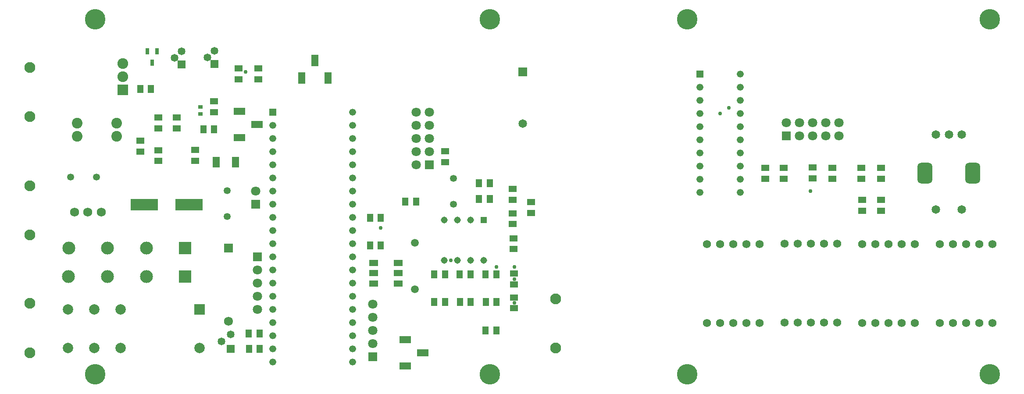
<source format=gbr>
G04*
G04 #@! TF.GenerationSoftware,Altium Limited,Altium Designer,22.4.2 (48)*
G04*
G04 Layer_Color=8388736*
%FSLAX24Y24*%
%MOIN*%
G70*
G04*
G04 #@! TF.SameCoordinates,A9630A7D-A4A5-49CB-BB12-AA859E33B044*
G04*
G04*
G04 #@! TF.FilePolarity,Negative*
G04*
G01*
G75*
%ADD16R,0.0594X0.0475*%
%ADD20R,0.0475X0.0594*%
%ADD25R,0.0295X0.0472*%
%ADD26R,0.0335X0.0315*%
%ADD27R,0.0858X0.0559*%
%ADD28R,0.0551X0.0846*%
%ADD29R,0.2067X0.0906*%
%ADD30R,0.0709X0.0453*%
%ADD31R,0.0559X0.0858*%
%ADD32C,0.1559*%
%ADD33C,0.0650*%
%ADD34R,0.0650X0.0650*%
%ADD35C,0.0584*%
%ADD36R,0.0584X0.0584*%
%ADD37R,0.0525X0.0525*%
%ADD38C,0.0525*%
%ADD39C,0.0815*%
%ADD40R,0.0815X0.0815*%
%ADD41C,0.0531*%
%ADD42C,0.0709*%
%ADD43R,0.0709X0.0709*%
%ADD44C,0.0515*%
%ADD45R,0.0515X0.0515*%
%ADD46C,0.0827*%
%ADD47C,0.0980*%
%ADD48R,0.0980X0.0980*%
%ADD49R,0.0709X0.0709*%
%ADD50C,0.0679*%
%ADD51R,0.0679X0.0679*%
%ADD52C,0.0787*%
%ADD53R,0.0787X0.0787*%
%ADD54C,0.0616*%
%ADD55C,0.0809*%
%ADD56C,0.0689*%
%ADD57C,0.0591*%
%ADD58C,0.0528*%
%ADD59R,0.0528X0.0528*%
G04:AMPARAMS|DCode=60|XSize=159.4mil|YSize=112.2mil|CornerRadius=29.5mil|HoleSize=0mil|Usage=FLASHONLY|Rotation=90.000|XOffset=0mil|YOffset=0mil|HoleType=Round|Shape=RoundedRectangle|*
%AMROUNDEDRECTD60*
21,1,0.1594,0.0531,0,0,90.0*
21,1,0.1004,0.1122,0,0,90.0*
1,1,0.0591,0.0266,0.0502*
1,1,0.0591,0.0266,-0.0502*
1,1,0.0591,-0.0266,-0.0502*
1,1,0.0591,-0.0266,0.0502*
%
%ADD60ROUNDEDRECTD60*%
%ADD61C,0.0295*%
D16*
X70950Y25886D02*
D03*
Y26714D02*
D03*
X74550Y25900D02*
D03*
Y26727D02*
D03*
X78250Y25886D02*
D03*
Y26714D02*
D03*
X79750Y24264D02*
D03*
Y23436D02*
D03*
X53150Y24114D02*
D03*
Y23286D02*
D03*
X29050Y31777D02*
D03*
Y30950D02*
D03*
X30900Y34264D02*
D03*
Y33436D02*
D03*
X32400Y34264D02*
D03*
Y33436D02*
D03*
X24800Y29700D02*
D03*
Y30527D02*
D03*
Y27223D02*
D03*
Y28050D02*
D03*
X27600Y28077D02*
D03*
Y27250D02*
D03*
X26200Y29700D02*
D03*
Y30527D02*
D03*
X23450Y27956D02*
D03*
Y28784D02*
D03*
X51850Y16850D02*
D03*
Y16023D02*
D03*
Y18664D02*
D03*
Y17836D02*
D03*
X51750Y25100D02*
D03*
Y24273D02*
D03*
Y23250D02*
D03*
Y22423D02*
D03*
X51800Y20523D02*
D03*
Y21350D02*
D03*
X78300Y24277D02*
D03*
Y23450D02*
D03*
X79750Y26714D02*
D03*
Y25886D02*
D03*
X72350Y26714D02*
D03*
Y25886D02*
D03*
X76050Y26714D02*
D03*
Y25886D02*
D03*
X46600Y27136D02*
D03*
Y27964D02*
D03*
D20*
X24264Y32700D02*
D03*
X23436D02*
D03*
X29064Y29650D02*
D03*
X28236D02*
D03*
X49673Y14350D02*
D03*
X50500D02*
D03*
X45773Y16500D02*
D03*
X46600D02*
D03*
X49173Y25550D02*
D03*
X50000D02*
D03*
X50527Y16500D02*
D03*
X49700D02*
D03*
X50000Y24350D02*
D03*
X49173D02*
D03*
X47723Y18600D02*
D03*
X48550D02*
D03*
X49686D02*
D03*
X50514D02*
D03*
X46614D02*
D03*
X45786D02*
D03*
X47736Y16500D02*
D03*
X48564D02*
D03*
X31686Y14100D02*
D03*
X32514D02*
D03*
X31700Y12950D02*
D03*
X32527D02*
D03*
X43586Y24150D02*
D03*
X44414D02*
D03*
X40900Y20800D02*
D03*
X41727D02*
D03*
Y22900D02*
D03*
X40900D02*
D03*
D25*
X24724Y35583D02*
D03*
X23976D02*
D03*
X24350Y34717D02*
D03*
D26*
X28000Y30800D02*
D03*
Y31332D02*
D03*
D27*
X30975Y29000D02*
D03*
X32325Y30000D02*
D03*
X30975Y31000D02*
D03*
X43575Y13650D02*
D03*
X44925Y12650D02*
D03*
X43575Y11650D02*
D03*
D28*
X30688Y27150D02*
D03*
X29212D02*
D03*
D29*
X27143Y23900D02*
D03*
X23757D02*
D03*
D30*
X41180Y19487D02*
D03*
X43050D02*
D03*
X41180Y18700D02*
D03*
X43050D02*
D03*
X41180Y17913D02*
D03*
X43050D02*
D03*
D31*
X37700Y33525D02*
D03*
X36700Y34875D02*
D03*
X35700Y33525D02*
D03*
D32*
X20000Y11000D02*
D03*
X88000Y38000D02*
D03*
Y11000D02*
D03*
X65000D02*
D03*
Y38000D02*
D03*
X50000D02*
D03*
Y11000D02*
D03*
X20000Y38000D02*
D03*
D33*
X52500Y30063D02*
D03*
X84900Y29253D02*
D03*
X83916D02*
D03*
X85884D02*
D03*
X83916Y23544D02*
D03*
X85884D02*
D03*
D34*
X52500Y34000D02*
D03*
D35*
X30300Y14050D02*
D03*
X29618Y13500D02*
D03*
X29080Y35590D02*
D03*
X28549Y35090D02*
D03*
X26060Y35080D02*
D03*
X26591Y35580D02*
D03*
D36*
X30300Y12950D02*
D03*
X29080Y34590D02*
D03*
X26591Y34580D02*
D03*
D37*
X33500Y30950D02*
D03*
D38*
Y29950D02*
D03*
Y28950D02*
D03*
Y27950D02*
D03*
Y26950D02*
D03*
Y25950D02*
D03*
Y24950D02*
D03*
Y23950D02*
D03*
Y22950D02*
D03*
Y21950D02*
D03*
Y20950D02*
D03*
Y19950D02*
D03*
Y18950D02*
D03*
Y17950D02*
D03*
Y16950D02*
D03*
Y15950D02*
D03*
Y14950D02*
D03*
Y13950D02*
D03*
Y12950D02*
D03*
Y11950D02*
D03*
X39575D02*
D03*
Y12950D02*
D03*
Y13950D02*
D03*
Y14950D02*
D03*
Y15950D02*
D03*
Y16950D02*
D03*
Y17950D02*
D03*
Y18950D02*
D03*
Y19950D02*
D03*
Y20950D02*
D03*
Y21950D02*
D03*
Y22950D02*
D03*
Y23950D02*
D03*
Y24950D02*
D03*
Y25950D02*
D03*
Y26950D02*
D03*
Y27950D02*
D03*
Y28950D02*
D03*
Y29950D02*
D03*
Y30950D02*
D03*
D39*
X22100Y34650D02*
D03*
Y33650D02*
D03*
D40*
Y32650D02*
D03*
D41*
X30050Y22992D02*
D03*
Y24961D02*
D03*
X18142Y26000D02*
D03*
X20111D02*
D03*
X47250Y25908D02*
D03*
Y23939D02*
D03*
D42*
X32200Y24950D02*
D03*
X44400Y26950D02*
D03*
X45400Y27950D02*
D03*
X44400D02*
D03*
X45400Y28950D02*
D03*
X44400D02*
D03*
X45400Y29950D02*
D03*
X44400D02*
D03*
X45400Y30950D02*
D03*
X44400D02*
D03*
X72550Y30150D02*
D03*
X73550Y29150D02*
D03*
Y30150D02*
D03*
X74550Y29150D02*
D03*
Y30150D02*
D03*
X75550Y29150D02*
D03*
Y30150D02*
D03*
X76550Y29150D02*
D03*
Y30150D02*
D03*
X41100Y16350D02*
D03*
Y15350D02*
D03*
Y14350D02*
D03*
Y13350D02*
D03*
X32350Y18950D02*
D03*
Y17950D02*
D03*
Y16950D02*
D03*
Y15950D02*
D03*
D43*
X32200Y23950D02*
D03*
X45400Y26950D02*
D03*
X41100Y12350D02*
D03*
X32350Y19950D02*
D03*
D44*
X49550Y19675D02*
D03*
X48550D02*
D03*
X47550D02*
D03*
X46550D02*
D03*
Y22750D02*
D03*
X47550D02*
D03*
X48550D02*
D03*
D45*
X49550D02*
D03*
D46*
X55000Y16750D02*
D03*
Y13002D02*
D03*
X15050Y12652D02*
D03*
Y16400D02*
D03*
Y30600D02*
D03*
Y34348D02*
D03*
Y21600D02*
D03*
Y25348D02*
D03*
D47*
X18000Y20600D02*
D03*
X20953D02*
D03*
X23906D02*
D03*
X17994Y18450D02*
D03*
X20947D02*
D03*
X23900D02*
D03*
D48*
X26858Y20600D02*
D03*
X26853Y18450D02*
D03*
D49*
X72550Y29150D02*
D03*
D50*
X30150Y15050D02*
D03*
D51*
Y20601D02*
D03*
D52*
X21958Y12997D02*
D03*
X19958D02*
D03*
X17958D02*
D03*
Y15950D02*
D03*
X21958D02*
D03*
X19958D02*
D03*
X27950Y12997D02*
D03*
D53*
Y15950D02*
D03*
D54*
X88200Y20900D02*
D03*
X87200D02*
D03*
X86200D02*
D03*
X85200D02*
D03*
X84200D02*
D03*
Y14900D02*
D03*
X85200D02*
D03*
X86200D02*
D03*
X87200D02*
D03*
X88200D02*
D03*
X82300Y20900D02*
D03*
X81300D02*
D03*
X80300D02*
D03*
X79300D02*
D03*
X78300D02*
D03*
Y14900D02*
D03*
X79300D02*
D03*
X80300D02*
D03*
X81300D02*
D03*
X82300D02*
D03*
X76400Y20950D02*
D03*
X75400D02*
D03*
X74400D02*
D03*
X73400D02*
D03*
X72400D02*
D03*
Y14950D02*
D03*
X73400D02*
D03*
X74400D02*
D03*
X75400D02*
D03*
X76400D02*
D03*
X70500Y20900D02*
D03*
X69500D02*
D03*
X68500D02*
D03*
X67500D02*
D03*
X66500D02*
D03*
Y14900D02*
D03*
X67500D02*
D03*
X68500D02*
D03*
X69500D02*
D03*
X70500D02*
D03*
D55*
X21650Y29100D02*
D03*
Y30100D02*
D03*
X18650D02*
D03*
Y29100D02*
D03*
D56*
X20474Y23350D02*
D03*
X18466D02*
D03*
X19450D02*
D03*
D57*
X44300Y21022D02*
D03*
Y17478D02*
D03*
D58*
X69050Y33850D02*
D03*
Y32850D02*
D03*
Y31850D02*
D03*
Y30850D02*
D03*
Y29850D02*
D03*
Y28850D02*
D03*
Y27850D02*
D03*
Y26850D02*
D03*
Y25850D02*
D03*
Y24850D02*
D03*
X65987D02*
D03*
Y25850D02*
D03*
Y26850D02*
D03*
Y27850D02*
D03*
Y28850D02*
D03*
Y29850D02*
D03*
Y30850D02*
D03*
Y31850D02*
D03*
Y32850D02*
D03*
D59*
Y33850D02*
D03*
D60*
X86731Y26300D02*
D03*
X83069D02*
D03*
D61*
X51880Y18250D02*
D03*
X41727Y22130D02*
D03*
X68190Y31270D02*
D03*
X31450Y33990D02*
D03*
X47050Y19680D02*
D03*
X51880Y16440D02*
D03*
X50514Y19170D02*
D03*
X51880D02*
D03*
X74370Y24950D02*
D03*
X67500Y30850D02*
D03*
M02*

</source>
